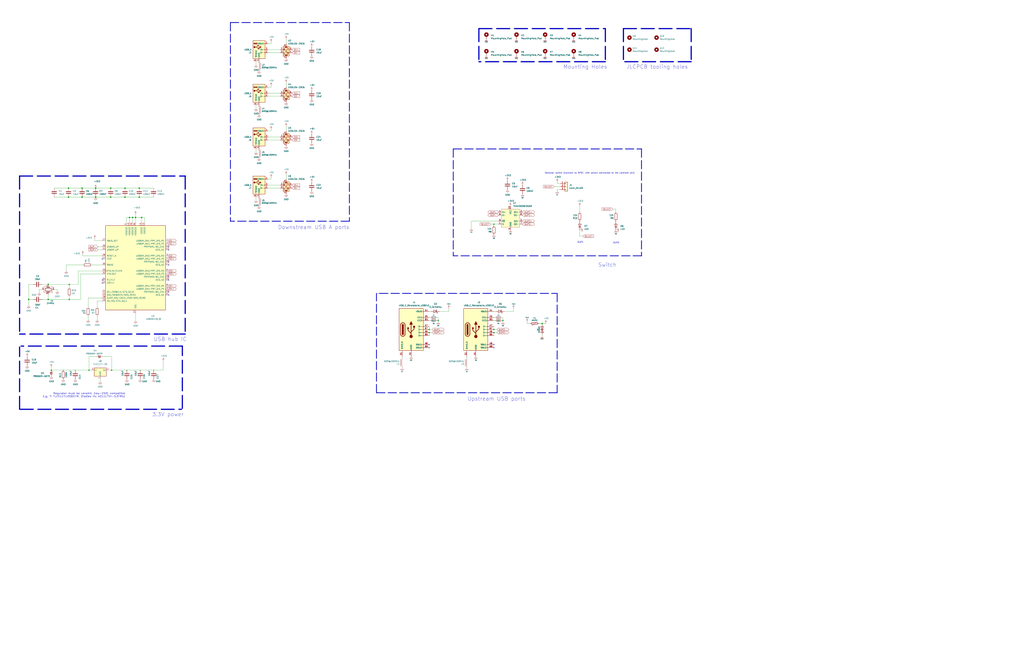
<source format=kicad_sch>
(kicad_sch (version 20250114) (generator "eeschema") (generator_version "9.0")
  (paper "D")
  (text "JLCPCB tooling holes" (at 528.32 58.42 0) (effects (font (size 3.175 3.175)) (justify left bottom)))
  (text "Upstream USB ports\n" (at 394.208 338.582 0) (effects (font (size 3.175 3.175)) (justify left bottom)))
  (text "Selector switch (connect to SPDT, with select connected to the common pin)\n" (at 497.332 146.05 0) (effects (font (size 1.27 1.27))))
  (text "Mounting Holes" (at 474.98 58.42 0) (effects (font (size 3.175 3.175)) (justify left bottom)))
  (text "USB hub IC" (at 157.48 288.29 0) (effects (font (size 3.175 3.175)) (justify right bottom)))
  (text "DUP1 " (at 489.966 204.47 0) (effects (font (size 1.27 1.27))))
  (text "Regulator must be ceramic (low-ESR) compatible\nE.g. TI TLV1117LV33DCYR, Diodies Inc AZ1117IH-3.3TRG1" (at 105.664 335.661 0) (effects (font (size 1.5748 1.5748)) (justify right bottom)))
  (text "DUP2 " (at 520.192 204.978 0) (effects (font (size 1.27 1.27))))
  (text "Switch" (at 504.444 225.552 0) (effects (font (size 3.175 3.175)) (justify left bottom)))
  (text "3.3V power" (at 154.94 351.79 0) (effects (font (size 3.175 3.175)) (justify right bottom)))
  (text "Downstream USB A ports" (at 234.442 193.802 0) (effects (font (size 3.175 3.175)) (justify left bottom)))
  (junction (at 111.76 183.515) (diameter 1.016))
  (junction (at 53.34 312.42) (diameter 0.3048))
  (junction (at 105.41 158.75) (diameter 1.016))
  (junction (at 80.645 166.37) (diameter 1.016))
  (junction (at 416.56 280.67))
  (junction (at 118.237 312.42) (diameter 0.3048))
  (junction (at 361.95 278.13))
  (junction (at 457.2 273.05) (diameter 1.016))
  (junction (at 119.38 183.515) (diameter 1.016))
  (junction (at 58.42 252.73))
  (junction (at 75.057 312.42))
  (junction (at 114.3 183.515) (diameter 1.016))
  (junction (at 107.061 312.42) (diameter 0.3048))
  (junction (at 93.345 166.37) (diameter 1.016))
  (junction (at 117.475 166.37) (diameter 1.016))
  (junction (at 80.645 158.75) (diameter 1.016))
  (junction (at 369.57 270.51))
  (junction (at 361.95 280.67))
  (junction (at 69.215 158.75) (diameter 1.016))
  (junction (at 40.64 252.73) (diameter 1.016))
  (junction (at 129.667 312.42) (diameter 0.3048))
  (junction (at 94.107 312.42))
  (junction (at 40.64 240.03) (diameter 1.016))
  (junction (at 109.22 183.515) (diameter 1.016))
  (junction (at 63.5 312.42) (diameter 0.3048))
  (junction (at 117.475 158.75) (diameter 1.016))
  (junction (at 416.56 189.23))
  (junction (at 424.18 270.51))
  (junction (at 69.215 166.37) (diameter 1.016))
  (junction (at 93.345 158.75) (diameter 1.016))
  (junction (at 43.307 312.42))
  (junction (at 57.785 158.75) (diameter 1.016))
  (junction (at 416.56 278.13))
  (junction (at 24.13 252.73) (diameter 1.016))
  (junction (at 57.785 166.37) (diameter 1.016))
  (junction (at 58.42 240.03))
  (junction (at 105.41 166.37) (diameter 1.016))
  (no_connect (at 142.24 208.28))
  (no_connect (at 86.36 236.22))
  (no_connect (at 86.36 218.44))
  (no_connect (at 142.24 210.82))
  (no_connect (at 142.24 233.68))
  (no_connect (at 142.24 246.38))
  (no_connect (at 142.24 220.98))
  (no_connect (at 142.24 248.92))
  (no_connect (at 142.24 223.52))
  (no_connect (at 142.24 236.22))
  (no_connect (at 86.36 238.76))
  (no_connect (at 361.95 290.83))
  (no_connect (at 416.56 290.83))
  (no_connect (at 361.95 293.37))
  (no_connect (at 416.56 293.37))
  (wire (pts (xy 472.44 154.94) (xy 469.9 154.94)))
  (wire (pts (xy 226.06 73.66) (xy 228.6 73.66)))
  (wire (pts (xy 63.5 312.42) (xy 75.057 312.42)))
  (wire (pts (xy 422.91 267.97) (xy 424.18 267.97)))
  (wire (pts (xy 488.95 173.99) (xy 488.95 179.07)))
  (wire (pts (xy 109.22 183.515) (xy 109.22 187.96)))
  (wire (pts (xy 75.057 300.99) (xy 75.057 312.42)))
  (polyline (pts (xy 403.86 24.13) (xy 403.86 52.07)) (stroke (width 1) (type dash)))
  (wire (pts (xy 424.18 267.97) (xy 424.18 270.51)))
  (wire (pts (xy 69.215 166.37) (xy 80.645 166.37)))
  (wire (pts (xy 416.56 262.89) (xy 417.83 262.89)))
  (wire (pts (xy 424.18 270.51) (xy 424.18 271.78)))
  (wire (pts (xy 236.22 81.28) (xy 226.06 81.28)))
  (polyline (pts (xy 510.54 52.07) (xy 403.86 52.07)) (stroke (width 1) (type dash)))
  (wire (pts (xy 433.07 260.35) (xy 433.07 262.89)))
  (wire (pts (xy 361.95 262.89) (xy 363.22 262.89)))
  (wire (pts (xy 457.2 281.94) (xy 457.2 283.845)))
  (wire (pts (xy 469.9 160.02) (xy 469.9 161.29)))
  (wire (pts (xy 241.3 106.68) (xy 241.3 110.49)))
  (wire (pts (xy 393.7 300.99) (xy 393.7 302.26)))
  (wire (pts (xy 236.22 156.21) (xy 226.06 156.21)))
  (polyline (pts (xy 510.54 24.13) (xy 510.54 52.07)) (stroke (width 1) (type dash)))
  (wire (pts (xy 86.36 254) (xy 81.915 254)))
  (wire (pts (xy 339.09 300.99) (xy 339.09 302.26)))
  (wire (pts (xy 45.72 158.75) (xy 57.785 158.75)))
  (wire (pts (xy 107.061 312.42) (xy 118.237 312.42)))
  (wire (pts (xy 444.5 271.78) (xy 444.5 273.05)))
  (wire (pts (xy 241.3 69.85) (xy 241.3 73.66)))
  (wire (pts (xy 361.95 278.13) (xy 364.49 278.13)))
  (wire (pts (xy 82.55 208.28) (xy 86.36 208.28)))
  (polyline (pts (xy 541.02 125.73) (xy 541.02 215.9)) (stroke (width 0.6452) (type dash)))
  (wire (pts (xy 27.94 240.03) (xy 24.13 240.03)))
  (polyline (pts (xy 16.51 148.59) (xy 16.51 281.94)) (stroke (width 1) (type dash)))
  (wire (pts (xy 81.915 254) (xy 81.915 259.08)))
  (wire (pts (xy 215.9 166.37) (xy 215.9 168.91)))
  (wire (pts (xy 58.42 240.03) (xy 66.04 240.03)))
  (wire (pts (xy 397.51 186.69) (xy 420.37 186.69)))
  (polyline (pts (xy 16.51 345.44) (xy 16.51 292.862)) (stroke (width 0.9906) (type dash)))
  (wire (pts (xy 425.45 262.89) (xy 433.07 262.89)))
  (polyline (pts (xy 317.5 331.47) (xy 317.5 247.65)) (stroke (width 0.6452) (type dash)))
  (wire (pts (xy 469.9 154.94) (xy 469.9 153.67)))
  (wire (pts (xy 416.56 280.67) (xy 416.56 283.21)))
  (wire (pts (xy 516.89 176.53) (xy 519.43 176.53)))
  (wire (pts (xy 419.1 280.67) (xy 416.56 280.67)))
  (polyline (pts (xy 469.9 247.65) (xy 469.9 331.47)) (stroke (width 0.6452) (type dash)))
  (wire (pts (xy 422.91 270.51) (xy 424.18 270.51)))
  (wire (pts (xy 339.09 310.515) (xy 339.09 309.88)))
  (wire (pts (xy 369.57 267.97) (xy 369.57 270.51)))
  (wire (pts (xy 364.49 280.67) (xy 361.95 280.67)))
  (wire (pts (xy 106.68 183.515) (xy 109.22 183.515)))
  (wire (pts (xy 77.47 223.52) (xy 86.36 223.52)))
  (wire (pts (xy 33.02 244.475) (xy 35.56 244.475)))
  (wire (pts (xy 33.02 247.015) (xy 33.02 244.475)))
  (wire (pts (xy 137.795 312.42) (xy 137.795 304.8)))
  (polyline (pts (xy 156.21 281.94) (xy 16.51 281.94)) (stroke (width 1) (type dash)))
  (wire (pts (xy 45.72 244.475) (xy 48.26 244.475)))
  (wire (pts (xy 48.26 244.475) (xy 48.26 245.745)))
  (wire (pts (xy 228.6 110.49) (xy 228.6 109.22)))
  (wire (pts (xy 370.84 262.89) (xy 378.46 262.89)))
  (wire (pts (xy 228.6 36.83) (xy 228.6 35.56)))
  (wire (pts (xy 241.3 33.02) (xy 241.3 36.83)))
  (wire (pts (xy 69.215 158.75) (xy 80.645 158.75)))
  (wire (pts (xy 491.49 199.39) (xy 488.95 199.39)))
  (polyline (pts (xy 320.04 247.65) (xy 469.9 247.65)) (stroke (width 0.6452) (type dash)))
  (wire (pts (xy 236.22 158.75) (xy 226.06 158.75)))
  (wire (pts (xy 35.56 240.03) (xy 40.64 240.03)))
  (wire (pts (xy 40.64 240.03) (xy 58.42 240.03)))
  (wire (pts (xy 114.3 183.515) (xy 114.3 187.96)))
  (wire (pts (xy 226.06 36.83) (xy 228.6 36.83)))
  (wire (pts (xy 67.945 231.14) (xy 67.945 252.73)))
  (wire (pts (xy 75.057 312.42) (xy 76.835 312.42)))
  (wire (pts (xy 215.9 52.07) (xy 215.9 54.61)))
  (wire (pts (xy 393.7 310.515) (xy 393.7 309.88)))
  (wire (pts (xy 236.22 78.74) (xy 226.06 78.74)))
  (wire (pts (xy 43.307 312.42) (xy 53.34 312.42)))
  (wire (pts (xy 35.56 252.73) (xy 40.64 252.73)))
  (wire (pts (xy 40.64 252.73) (xy 58.42 252.73)))
  (polyline (pts (xy 382.27 125.73) (xy 382.27 215.9)) (stroke (width 0.6452) (type dash)))
  (wire (pts (xy 93.345 166.37) (xy 105.41 166.37)))
  (wire (pts (xy 361.95 275.59) (xy 361.95 278.13)))
  (wire (pts (xy 467.36 157.48) (xy 472.44 157.48)))
  (wire (pts (xy 58.42 250.19) (xy 58.42 252.73)))
  (wire (pts (xy 80.01 203.2) (xy 80.01 201.295)))
  (wire (pts (xy 416.56 275.59) (xy 416.56 278.13)))
  (wire (pts (xy 58.42 252.73) (xy 67.945 252.73)))
  (wire (pts (xy 118.237 312.42) (xy 129.667 312.42)))
  (wire (pts (xy 45.72 166.37) (xy 57.785 166.37)))
  (wire (pts (xy 43.18 312.42) (xy 43.307 312.42)))
  (wire (pts (xy 368.3 267.97) (xy 369.57 267.97)))
  (wire (pts (xy 94.107 300.99) (xy 94.107 312.42)))
  (wire (pts (xy 86.36 228.6) (xy 66.04 228.6)))
  (polyline (pts (xy 525.78 24.13) (xy 582.93 24.13)) (stroke (width 1) (type dash)))
  (wire (pts (xy 119.38 183.515) (xy 121.92 183.515)))
  (wire (pts (xy 92.075 312.42) (xy 94.107 312.42)))
  (wire (pts (xy 84.455 320.04) (xy 84.455 321.945)))
  (wire (pts (xy 114.3 180.975) (xy 114.3 183.515)))
  (wire (pts (xy 111.76 183.515) (xy 111.76 187.96)))
  (wire (pts (xy 215.9 125.73) (xy 215.9 128.27)))
  (wire (pts (xy 106.68 187.96) (xy 106.68 183.515)))
  (wire (pts (xy 80.645 158.75) (xy 93.345 158.75)))
  (wire (pts (xy 361.95 280.67) (xy 361.95 283.21)))
  (polyline (pts (xy 525.78 24.13) (xy 525.78 52.07)) (stroke (width 1) (type dash)))
  (polyline (pts (xy 317.5 247.65) (xy 320.04 247.65)))
  (wire (pts (xy 228.6 73.66) (xy 228.6 72.39)))
  (polyline (pts (xy 153.797 344.678) (xy 153.797 292.1)) (stroke (width 0.9906) (type dash)))
  (wire (pts (xy 66.04 228.6) (xy 66.04 240.03)))
  (wire (pts (xy 24.13 252.73) (xy 24.13 257.81)))
  (polyline (pts (xy 153.67 292.1) (xy 17.78 292.1)) (stroke (width 0.9906) (type dash)))
  (wire (pts (xy 457.2 273.05) (xy 460.375 273.05)))
  (wire (pts (xy 69.85 223.52) (xy 55.88 223.52)))
  (wire (pts (xy 236.22 41.91) (xy 226.06 41.91)))
  (wire (pts (xy 454.66 273.05) (xy 457.2 273.05)))
  (wire (pts (xy 40.64 240.03) (xy 40.64 240.665)))
  (wire (pts (xy 117.475 166.37) (xy 129.54 166.37)))
  (wire (pts (xy 111.76 183.515) (xy 114.3 183.515)))
  (wire (pts (xy 457.2 273.05) (xy 457.2 274.32)))
  (wire (pts (xy 74.295 259.08) (xy 74.295 251.46)))
  (wire (pts (xy 236.22 44.45) (xy 226.06 44.45)))
  (wire (pts (xy 519.43 176.53) (xy 519.43 179.07)))
  (wire (pts (xy 58.42 240.03) (xy 58.42 242.57)))
  (wire (pts (xy 114.3 264.16) (xy 114.3 270.51)))
  (wire (pts (xy 414.02 189.23) (xy 416.56 189.23)))
  (wire (pts (xy 226.06 151.13) (xy 228.6 151.13)))
  (polyline (pts (xy 17.145 345.44) (xy 153.035 345.44)) (stroke (width 0.9906) (type dash)))
  (wire (pts (xy 236.22 115.57) (xy 226.06 115.57)))
  (wire (pts (xy 43.18 309.88) (xy 43.18 312.42)))
  (wire (pts (xy 361.95 270.51) (xy 363.22 270.51)))
  (wire (pts (xy 236.22 118.11) (xy 226.06 118.11)))
  (wire (pts (xy 378.46 260.35) (xy 378.46 262.89)))
  (wire (pts (xy 57.785 158.75) (xy 69.215 158.75)))
  (wire (pts (xy 82.55 210.82) (xy 86.36 210.82)))
  (wire (pts (xy 86.487 300.99) (xy 94.107 300.99)))
  (wire (pts (xy 228.6 151.13) (xy 228.6 149.86)))
  (wire (pts (xy 361.95 267.97) (xy 363.22 267.97)))
  (wire (pts (xy 105.41 158.75) (xy 117.475 158.75)))
  (wire (pts (xy 93.345 158.75) (xy 105.41 158.75)))
  (wire (pts (xy 129.667 312.42) (xy 137.795 312.42)))
  (wire (pts (xy 416.56 278.13) (xy 419.1 278.13)))
  (wire (pts (xy 121.92 183.515) (xy 121.92 187.96)))
  (wire (pts (xy 57.785 166.37) (xy 69.215 166.37)))
  (wire (pts (xy 105.41 166.37) (xy 117.475 166.37)))
  (polyline (pts (xy 294.64 19.05) (xy 294.64 186.69)) (stroke (width 0.6452) (type dash)))
  (wire (pts (xy 69.85 215.9) (xy 69.85 214.63)))
  (wire (pts (xy 69.85 215.9) (xy 86.36 215.9)))
  (wire (pts (xy 241.3 147.32) (xy 241.3 151.13)))
  (polyline (pts (xy 294.64 186.69) (xy 194.31 186.69)) (stroke (width 0.6452) (type dash)))
  (wire (pts (xy 114.3 183.515) (xy 119.38 183.515)))
  (wire (pts (xy 226.06 110.49) (xy 228.6 110.49)))
  (polyline (pts (xy 541.02 215.9) (xy 382.27 215.9)) (stroke (width 0.6452) (type dash)))
  (wire (pts (xy 24.13 252.73) (xy 27.94 252.73)))
  (wire (pts (xy 81.407 300.99) (xy 75.057 300.99)))
  (polyline (pts (xy 582.93 24.13) (xy 582.93 52.07)) (stroke (width 1) (type dash)))
  (wire (pts (xy 94.107 312.42) (xy 107.061 312.42)))
  (wire (pts (xy 80.645 166.37) (xy 93.345 166.37)))
  (wire (pts (xy 416.56 267.97) (xy 417.83 267.97)))
  (polyline (pts (xy 194.31 19.05) (xy 194.31 186.69)) (stroke (width 0.6452) (type dash)))
  (wire (pts (xy 109.22 183.515) (xy 111.76 183.515)))
  (polyline (pts (xy 194.31 19.05) (xy 294.64 19.05)) (stroke (width 0.6452) (type dash)))
  (wire (pts (xy 416.56 189.23) (xy 420.37 189.23)))
  (wire (pts (xy 368.3 270.51) (xy 369.57 270.51)))
  (wire (pts (xy 472.44 160.02) (xy 469.9 160.02)))
  (wire (pts (xy 86.36 203.2) (xy 80.01 203.2)))
  (wire (pts (xy 215.9 88.9) (xy 215.9 91.44)))
  (polyline (pts (xy 582.93 52.07) (xy 525.78 52.07)) (stroke (width 1) (type dash)))
  (wire (pts (xy 53.34 312.42) (xy 63.5 312.42)))
  (wire (pts (xy 24.13 240.03) (xy 24.13 252.73)))
  (wire (pts (xy 74.295 251.46) (xy 86.36 251.46)))
  (wire (pts (xy 416.56 189.23) (xy 416.56 190.5)))
  (polyline (pts (xy 469.9 331.47) (xy 317.5 331.47)) (stroke (width 0.6452) (type dash)))
  (polyline (pts (xy 382.27 125.73) (xy 541.02 125.73)) (stroke (width 0.6452) (type dash)))
  (polyline (pts (xy 156.21 148.59) (xy 156.21 281.94)) (stroke (width 1) (type dash)))
  (wire (pts (xy 74.295 266.7) (xy 74.295 269.875)))
  (polyline (pts (xy 403.86 24.13) (xy 510.54 24.13)) (stroke (width 1) (type dash)))
  (wire (pts (xy 55.88 223.52) (xy 55.88 228.6)))
  (wire (pts (xy 117.475 158.75) (xy 129.54 158.75)))
  (wire (pts (xy 119.38 183.515) (xy 119.38 187.96)))
  (wire (pts (xy 416.56 270.51) (xy 417.83 270.51)))
  (polyline (pts (xy 16.51 148.59) (xy 156.21 148.59)) (stroke (width 1) (type dash)))
  (wire (pts (xy 81.915 266.7) (xy 81.915 269.875)))
  (wire (pts (xy 444.5 273.05) (xy 447.04 273.05)))
  (wire (pts (xy 369.57 270.51) (xy 369.57 271.78)))
  (wire (pts (xy 397.51 186.69) (xy 397.51 193.04)))
  (wire (pts (xy 488.95 199.39) (xy 488.95 194.31)))
  (wire (pts (xy 67.945 231.14) (xy 86.36 231.14)))
  (wire (pts (xy 40.64 248.285) (xy 40.64 252.73)))
  (global_label "DUP-" (shape input) (at 82.55 208.28 180) (property "Intersheetrefs" "${INTERSHEET_REFS}" (effects (hide yes))))
  (global_label "D4+" (shape input) (at 246.38 156.21 0) (property "Intersheetrefs" "${INTERSHEET_REFS}" (effects (hide yes))))
  (global_label "SELECT" (shape input) (at 467.36 157.48 180) (property "Intersheetrefs" "${INTERSHEET_REFS}" (effects (hide yes))))
  (global_label "DUP+" (shape bidirectional) (at 420.37 179.07 180) (property "Intersheetrefs" "${INTERSHEET_REFS}" (effects (hide yes))))
  (global_label "D4-" (shape input) (at 246.38 158.75 0) (property "Intersheetrefs" "${INTERSHEET_REFS}" (effects (hide yes))))
  (global_label "DUP-" (shape bidirectional) (at 420.37 181.61 180) (property "Intersheetrefs" "${INTERSHEET_REFS}" (effects (hide yes))))
  (global_label "DUP2+" (shape bidirectional) (at 440.69 186.69 0) (property "Intersheetrefs" "${INTERSHEET_REFS}" (effects (hide yes))))
  (global_label "DUP2-" (shape bidirectional) (at 440.69 189.23 0) (property "Intersheetrefs" "${INTERSHEET_REFS}" (effects (hide yes))))
  (global_label "D2-" (shape output) (at 142.24 215.9 0) (property "Intersheetrefs" "${INTERSHEET_REFS}" (effects (hide yes))))
  (global_label "DUP1-" (shape bidirectional) (at 364.49 278.13 0) (property "Intersheetrefs" "${INTERSHEET_REFS}" (effects (hide yes))))
  (global_label "DUP1+" (shape bidirectional) (at 364.49 280.67 0) (property "Intersheetrefs" "${INTERSHEET_REFS}" (effects (hide yes))))
  (global_label "D4+" (shape output) (at 142.24 243.84 0) (property "Intersheetrefs" "${INTERSHEET_REFS}" (effects (hide yes))))
  (global_label "D2+" (shape output) (at 142.24 218.44 0) (property "Intersheetrefs" "${INTERSHEET_REFS}" (effects (hide yes))))
  (global_label "D2-" (shape input) (at 246.38 81.28 0) (property "Intersheetrefs" "${INTERSHEET_REFS}" (effects (hide yes))))
  (global_label "D2+" (shape input) (at 246.38 78.74 0) (property "Intersheetrefs" "${INTERSHEET_REFS}" (effects (hide yes))))
  (global_label "SELECT" (shape input) (at 516.89 176.53 180) (property "Intersheetrefs" "${INTERSHEET_REFS}" (effects (hide yes))))
  (global_label "D3-" (shape input) (at 246.38 118.11 0) (property "Intersheetrefs" "${INTERSHEET_REFS}" (effects (hide yes))))
  (global_label "SELECT" (shape input) (at 414.02 189.23 180) (property "Intersheetrefs" "${INTERSHEET_REFS}" (effects (hide yes))))
  (global_label "D3+" (shape input) (at 246.38 115.57 0) (property "Intersheetrefs" "${INTERSHEET_REFS}" (effects (hide yes))))
  (global_label "D1+" (shape input) (at 246.38 41.91 0) (property "Intersheetrefs" "${INTERSHEET_REFS}" (effects (hide yes))))
  (global_label "DUP1+" (shape bidirectional) (at 440.69 179.07 0) (property "Intersheetrefs" "${INTERSHEET_REFS}" (effects (hide yes))))
  (global_label "DUP2+" (shape bidirectional) (at 419.1 280.67 0) (property "Intersheetrefs" "${INTERSHEET_REFS}" (effects (hide yes))))
  (global_label "D3+" (shape output) (at 142.24 231.14 0) (property "Intersheetrefs" "${INTERSHEET_REFS}" (effects (hide yes))))
  (global_label "D1-" (shape input) (at 246.38 44.45 0) (property "Intersheetrefs" "${INTERSHEET_REFS}" (effects (hide yes))))
  (global_label "DUP+" (shape input) (at 82.55 210.82 180) (property "Intersheetrefs" "${INTERSHEET_REFS}" (effects (hide yes))))
  (global_label "D3-" (shape output) (at 142.24 228.6 0) (property "Intersheetrefs" "${INTERSHEET_REFS}" (effects (hide yes))))
  (global_label "DUP2-" (shape bidirectional) (at 419.1 278.13 0) (property "Intersheetrefs" "${INTERSHEET_REFS}" (effects (hide yes))))
  (global_label "SELECT" (shape input) (at 491.49 199.39 0) (property "Intersheetrefs" "${INTERSHEET_REFS}" (effects (hide yes))))
  (global_label "DUP1-" (shape bidirectional) (at 440.69 181.61 0) (property "Intersheetrefs" "${INTERSHEET_REFS}" (effects (hide yes))))
  (global_label "D1-" (shape output) (at 142.24 203.2 0) (property "Intersheetrefs" "${INTERSHEET_REFS}" (effects (hide yes))))
  (global_label "D1+" (shape output) (at 142.24 205.74 0) (property "Intersheetrefs" "${INTERSHEET_REFS}" (effects (hide yes))))
  (global_label "D4-" (shape output) (at 142.24 241.3 0) (property "Intersheetrefs" "${INTERSHEET_REFS}" (effects (hide yes))))
  (symbol (lib_id "power:GND") (at 262.89 46.99 0) (unit 1)
    (property "Reference" "#PWR0115" (effects (hide yes)))
    (property "Value" "GND" (at 263.017 51.3842 0))
  )
  (symbol (lib_id "Device:D_Schottky_Small") (at 83.947 300.99 0) (unit 1)
    (property "Reference" "D4" (at 78.867 295.91 0) (effects (justify left)))
    (property "Value" "RB060M-60TR" (at 72.517 298.45 0) (effects (justify left)))
    (property "Footprint" "Diode_SMD:D_SOD-123" (effects (hide yes)))
  )
  (symbol (lib_id "power:GND") (at 218.44 96.52 0) (unit 1)
    (property "Reference" "#PWR016" (effects (hide yes)))
    (property "Value" "GND" (at 218.567 100.9142 0))
  )
  (symbol (lib_id "power:+5V") (at 241.3 106.68 0) (unit 1)
    (property "Reference" "#PWR038" (effects (hide yes)))
    (property "Value" "+5V" (at 241.681 102.2858 0))
  )
  (symbol (lib_id "Device:D_TVS") (at 457.2 278.13 270) (mirror x) (unit 1)
    (property "Reference" "D1" (at 453.39 278.13 0) (effects (font (size 0.762 0.762))))
    (property "Value" "SMF9.0CA" (at 454.66 278.13 0) (effects (font (size 0.762 0.762))))
    (property "Footprint" "Diode_SMD:D_SOD-123" (effects (hide yes)))
    (property "Package" "SOD-123F-B" (effects (hide yes)))
    (property "Manufacturer" "Microdiode Electronics" (effects (hide yes)))
    (property "Manufacturer Part No" "SMF9.0CA" (effects (hide yes)))
    (property "LCSC Part No" "C123799" (effects (hide yes)))
  )
  (symbol (lib_id "Device:Polyfuse") (at 450.85 273.05 90) (unit 1)
    (property "Reference" "F1" (at 450.85 268.605 90))
    (property "Value" "1812L075PR" (at 450.85 270.2814 90) (effects (font (size 0.508 0.508))))
    (property "Footprint" "Fuse:Fuse_1812_4532Metric_Pad1.30x3.40mm_HandSolder" (effects (hide yes)))
    (property "Manufacturer" "Shenzhen JDT Fuse" (effects (hide yes)))
    (property "Manufacturer Part No" "ASMD1206-150" (effects (hide yes)))
    (property "LCSC Part No" "C135342" (effects (hide yes)))
    (property "Package" "F1206" (effects (hide yes)))
  )
  (symbol (lib_id "power:+5V") (at 262.89 113.03 0) (unit 1)
    (property "Reference" "#PWR051" (effects (hide yes)))
    (property "Value" "+5V" (at 263.271 108.6358 0))
  )
  (symbol (lib_id "Device:C") (at 262.89 80.01 0) (unit 1)
    (property "Reference" "C20" (at 266.7 78.74 0) (effects (justify left)))
    (property "Value" "10uF" (at 266.7 81.28 0) (effects (justify left)))
    (property "Footprint" "Capacitor_SMD:C_1206_3216Metric_Pad1.33x1.80mm_HandSolder" (effects (hide yes)))
  )
  (symbol (lib_id "Device:C") (at 118.237 316.23 0) (unit 1)
    (property "Reference" "C16" (at 121.539 319.786 90) (effects (justify left)))
    (property "Value" "10uF" (at 114.427 317.5 90) (effects (justify left)))
    (property "Footprint" "Capacitor_SMD:C_1206_3216Metric_Pad1.33x1.80mm_HandSolder" (effects (hide yes)))
  )
  (symbol (lib_id "Device:C") (at 63.5 316.23 0) (unit 1)
    (property "Reference" "C14" (at 67.31 320.04 90) (effects (justify left)))
    (property "Value" "10uF" (at 59.69 317.5 90) (effects (justify left)))
    (property "Footprint" "Capacitor_SMD:C_1206_3216Metric_Pad1.33x1.80mm_HandSolder" (effects (hide yes)))
  )
  (symbol (lib_id "power:GND") (at 114.3 270.51 0) (unit 1)
    (property "Reference" "#PWR0106" (effects (hide yes)))
    (property "Value" "GND" (at 114.427 274.9042 0))
  )
  (symbol (lib_id "Interface_USB:TS3USB30EDGSR") (at 430.53 184.15 0) (unit 1)
    (property "Reference" "U7" (at 432.6733 171.45 0) (effects (justify left)))
    (property "Value" "TS3USB30EDGSR" (at 432.6733 173.99 0) (effects (justify left)))
    (property "Footprint" "Package_SO:VSSOP-10_3x3mm_P0.5mm" (effects (hide yes)))
    (property "Datasheet" "https://www.ti.com/lit/ds/symlink/ts3usb30e.pdf" (effects (hide yes)))
    (property "Description" "ESD-Protected, High-Speed USB 2.0 (480-Mbps) 1:2 Multiplexer/Demultiplexer Switch With Single Enable, VSSOP-10" (effects (hide yes)))
  )
  (symbol (lib_id "power:GNDPWR") (at 435.61 33.02 0) (unit 1)
    (property "Reference" "#PWR063" (effects (hide yes)))
    (property "Value" "GNDPWR" (at 435.61 35.56 0) (effects (font (size 0.381 0.381))))
  )
  (symbol (lib_id "power:GND") (at 81.915 269.875 0) (unit 1)
    (property "Reference" "#PWR0105" (effects (hide yes)))
    (property "Value" "GND" (at 82.042 274.2692 0))
  )
  (symbol (lib_id "Device:C") (at 107.061 316.23 0) (unit 1)
    (property "Reference" "C15" (at 110.871 320.04 90) (effects (justify left)))
    (property "Value" "10uF" (at 103.251 317.5 90) (effects (justify left)))
    (property "Footprint" "Capacitor_SMD:C_1206_3216Metric_Pad1.33x1.80mm_HandSolder" (effects (hide yes)))
  )
  (symbol (lib_id "Power_Protection:USBLC6-2SC6") (at 241.3 78.74 0) (unit 1)
    (property "Reference" "U4" (at 242.9511 71.12 0) (effects (justify left)))
    (property "Value" "USBLC6-2SC6" (at 242.9511 73.66 0) (effects (justify left)))
    (property "Footprint" "Package_TO_SOT_SMD:SOT-23-6" (effects (hide yes)))
    (property "Datasheet" "https://www.st.com/resource/en/datasheet/usblc6-2.pdf" (effects (hide yes)))
    (property "Description" "Very low capacitance ESD protection diode, 2 data-line, SOT-23-6" (effects (hide yes)))
  )
  (symbol (lib_id "power:+3.3V") (at 469.9 153.67 0) (unit 1)
    (property "Reference" "#PWR028" (effects (hide yes)))
    (property "Value" "+3V3" (at 470.281 149.2758 0))
  )
  (symbol (lib_id "power:GNDPWR") (at 483.87 46.99 0) (unit 1)
    (property "Reference" "#PWR069" (effects (hide yes)))
    (property "Value" "GNDPWR" (at 483.87 49.53 0) (effects (font (size 0.381 0.381))))
  )
  (symbol (lib_id "Mechanical:MountingHole_Pad") (at 410.21 30.48 0) (unit 1)
    (property "Reference" "H1" (at 414.02 29.845 0) (effects (justify left)))
    (property "Value" "MountingHole_Pad" (at 414.02 32.385 0) (effects (justify left)))
    (property "Footprint" "MountingHole:MountingHole_3.2mm_M3_ISO7380_Pad" (effects (hide yes)))
  )
  (symbol (lib_id "power:GND") (at 424.18 271.78 0) (unit 1)
    (property "Reference" "#PWR036" (effects (hide yes)))
    (property "Value" "GND" (at 424.18 274.955 0) (effects (font (size 0.508 0.508))))
  )
  (symbol (lib_id "Device:D_Schottky") (at 421.64 262.89 180) (unit 1)
    (property "Reference" "D5" (at 421.9575 256.54 0))
    (property "Value" "D_Schottky" (at 421.9575 259.08 0))
    (property "Description" "Schottky diode" (effects (hide yes)))
  )
  (symbol (lib_id "power:GND") (at 241.3 49.53 0) (unit 1)
    (property "Reference" "#PWR012" (effects (hide yes)))
    (property "Value" "GND" (at 241.427 53.9242 0))
  )
  (symbol (lib_id "power:+3.3V") (at 430.53 173.99 0) (unit 1)
    (property "Reference" "#PWR026" (effects (hide yes)))
    (property "Value" "+3V3" (at 430.911 169.5958 0))
  )
  (symbol (lib_id "power:+5V") (at 228.6 109.22 0) (unit 1)
    (property "Reference" "#PWR037" (effects (hide yes)))
    (property "Value" "+5V" (at 228.981 104.8258 0))
  )
  (symbol (lib_id "power:GND") (at 241.3 163.83 0) (unit 1)
    (property "Reference" "#PWR043" (effects (hide yes)))
    (property "Value" "GND" (at 241.427 168.2242 0))
  )
  (symbol (lib_id "Device:Crystal_GND24") (at 40.64 244.475 270) (unit 1)
    (property "Reference" "Y1" (at 42.545 254 90) (effects (justify left)))
    (property "Value" "24MHz" (at 39.37 255.905 90) (effects (justify left)))
    (property "Footprint" "Crystal:Crystal_SMD_3225-4Pin_3.2x2.5mm_HandSoldering" (effects (hide yes)))
  )
  (symbol (lib_id "power:GND") (at 401.32 300.99 0) (unit 1)
    (property "Reference" "#PWR035" (effects (hide yes)))
    (property "Value" "GND" (at 401.32 304.165 0) (effects (font (size 0.508 0.508))))
  )
  (symbol (lib_id "Device:R") (at 74.295 262.89 180) (unit 1)
    (property "Reference" "R6" (at 72.39 264.16 0) (effects (justify left)))
    (property "Value" "56k" (at 72.39 262.255 0) (effects (justify left)))
    (property "Footprint" "Resistor_SMD:R_0805_2012Metric_Pad1.20x1.40mm_HandSolder" (effects (hide yes)))
  )
  (symbol (lib_id "power:GND") (at 215.9 54.61 0) (unit 1)
    (property "Reference" "#PWR0110" (effects (hide yes)))
    (property "Value" "GND" (at 216.027 59.0042 0))
  )
  (symbol (lib_id "power:GNDPWR") (at 435.61 46.99 0) (unit 1)
    (property "Reference" "#PWR067" (effects (hide yes)))
    (property "Value" "GNDPWR" (at 435.61 49.53 0) (effects (font (size 0.381 0.381))))
  )
  (symbol (lib_id "power:+5V") (at 228.6 72.39 0) (unit 1)
    (property "Reference" "#PWR029" (effects (hide yes)))
    (property "Value" "+5V" (at 228.981 67.9958 0))
  )
  (symbol (lib_id "power:GND") (at 427.99 160.02 0) (unit 1)
    (property "Reference" "#PWR02" (effects (hide yes)))
    (property "Value" "GND" (at 428.117 164.4142 0))
  )
  (symbol (lib_id "power:+3.3V") (at 137.795 304.8 0) (unit 1)
    (property "Reference" "#PWR025" (effects (hide yes)))
    (property "Value" "+3V3" (at 138.176 300.4058 0))
  )
  (symbol (lib_id "Connector:USB_C_Receptacle_USB2.0") (at 346.71 278.13 0) (unit 1)
    (property "Reference" "J1" (at 349.1865 255.27 0))
    (property "Value" "USB_C_Receptacle_USB2.0" (at 349.1865 257.81 0))
    (property "Footprint" "Connector_USB:USB_C_Receptacle_HRO_TYPE-C-31-M-12" (effects (hide yes)))
    (property "Datasheet" "https://www.usb.org/sites/default/files/documents/usb_type-c.zip" (effects (hide yes)))
    (property "LCSC" "C165948" (effects (hide yes)))
  )
  (symbol (lib_id "power:GND") (at 397.51 193.04 0) (unit 1)
    (property "Reference" "#PWR0157" (effects (hide yes)))
    (property "Value" "GND" (at 397.51 196.215 0) (effects (font (size 0.508 0.508))))
  )
  (symbol (lib_id "Device:C") (at 440.69 160.02 0) (unit 1)
    (property "Reference" "C9" (at 443.865 158.75 0) (effects (justify left)))
    (property "Value" "100nF" (at 443.865 161.29 0) (effects (justify left)))
    (property "Footprint" "Capacitor_SMD:C_0402_1005Metric_Pad0.74x0.62mm_HandSolder" (effects (hide yes)))
  )
  (symbol (lib_id "Device:R") (at 81.915 262.89 180) (unit 1)
    (property "Reference" "R7" (at 80.01 264.16 0) (effects (justify left)))
    (property "Value" "56k" (at 80.01 261.62 0) (effects (justify left)))
    (property "Footprint" "Resistor_SMD:R_0805_2012Metric_Pad1.20x1.40mm_HandSolder" (effects (hide yes)))
  )
  (symbol (lib_id "Device:C") (at 262.89 157.48 0) (unit 1)
    (property "Reference" "C22" (at 266.7 156.21 0) (effects (justify left)))
    (property "Value" "10uF" (at 266.7 158.75 0) (effects (justify left)))
    (property "Footprint" "Capacitor_SMD:C_1206_3216Metric_Pad1.33x1.80mm_HandSolder" (effects (hide yes)))
  )
  (symbol (lib_id "Device:D_Schottky_Small") (at 43.307 314.96 270) (unit 1)
    (property "Reference" "D3" (at 34.417 314.96 90) (effects (justify left)))
    (property "Value" "RB060M-60TR" (at 28.067 317.5 90) (effects (justify left)))
    (property "Footprint" "Diode_SMD:D_SOD-123" (effects (hide yes)))
  )
  (symbol (lib_id "power:GND") (at 63.5 320.04 0) (unit 1)
    (property "Reference" "#PWR020" (effects (hide yes)))
    (property "Value" "GND" (at 63.627 324.4342 0))
  )
  (symbol (lib_id "power:GND") (at 74.295 269.875 0) (unit 1)
    (property "Reference" "#PWR0104" (effects (hide yes)))
    (property "Value" "GND" (at 74.422 274.2692 0))
  )
  (symbol (lib_id "power:GND") (at 262.89 120.65 0) (unit 1)
    (property "Reference" "#PWR0118" (effects (hide yes)))
    (property "Value" "GND" (at 263.017 125.0442 0))
  )
  (symbol (lib_id "Unified-Daughterboard-rescue:L_Core_Ferrite-Device") (at 218.44 92.71 0) (unit 1)
    (property "Reference" "L4" (at 220.6752 91.567 0) (effects (justify left)))
    (property "Value" "60R@100MHz" (at 220.6752 93.853 0) (effects (justify left)))
    (property "Footprint" "Inductor_SMD:L_1206_3216Metric" (effects (hide yes)))
    (property "Manufacturer" "MELED Industrial" (effects (hide yes)))
    (property "Manufacturer Part No" "MLB3216-600P4A(f)" (effects (hide yes)))
    (property "LCSC Part No" "C33600" (effects (hide yes)))
    (property "Package" "L1206" (effects (hide yes)))
  )
  (symbol (lib_id "power:VBUS") (at 433.07 260.35 0) (unit 1)
    (property "Reference" "#PWR0151" (effects (hide yes)))
    (property "Value" "VBUS" (at 433.07 256.54 0) (effects (font (size 0.762 0.762))))
  )
  (symbol (lib_id "power:+5V") (at 43.18 309.88 0) (unit 1)
    (property "Reference" "#PWR017" (effects (hide yes)))
    (property "Value" "+5V" (at 43.561 305.4858 0))
  )
  (symbol (lib_id "Device:C") (at 22.86 304.8 0) (unit 1)
    (property "Reference" "C19" (at 26.67 303.53 0) (effects (justify left)))
    (property "Value" "10uF" (at 26.67 306.07 0) (effects (justify left)))
    (property "Footprint" "Capacitor_SMD:C_1206_3216Metric_Pad1.33x1.80mm_HandSolder" (effects (hide yes)))
  )
  (symbol (lib_id "Device:C") (at 262.89 116.84 0) (unit 1)
    (property "Reference" "C21" (at 266.7 115.57 0) (effects (justify left)))
    (property "Value" "10uF" (at 266.7 118.11 0) (effects (justify left)))
    (property "Footprint" "Capacitor_SMD:C_1206_3216Metric_Pad1.33x1.80mm_HandSolder" (effects (hide yes)))
  )
  (symbol (lib_id "Mechanical:MountingHole_Pad") (at 459.74 44.45 0) (unit 1)
    (property "Reference" "H7" (at 463.55 43.815 0) (effects (justify left)))
    (property "Value" "MountingHole_Pad" (at 463.55 46.355 0) (effects (justify left)))
    (property "Footprint" "MountingHole:MountingHole_3.2mm_M3_ISO7380_Pad" (effects (hide yes)))
  )
  (symbol (lib_id "power:+5V") (at 241.3 147.32 0) (unit 1)
    (property "Reference" "#PWR042" (effects (hide yes)))
    (property "Value" "+5V" (at 241.681 142.9258 0))
  )
  (symbol (lib_id "Mechanical:MountingHole_Pad") (at 435.61 30.48 0) (unit 1)
    (property "Reference" "H2" (at 439.42 29.845 0) (effects (justify left)))
    (property "Value" "MountingHole_Pad" (at 439.42 32.385 0) (effects (justify left)))
    (property "Footprint" "MountingHole:MountingHole_3.2mm_M3_ISO7380_Pad" (effects (hide yes)))
  )
  (symbol (lib_id "power:GND") (at 107.061 320.04 0) (unit 1)
    (property "Reference" "#PWR022" (effects (hide yes)))
    (property "Value" "GND" (at 107.188 324.4342 0))
  )
  (symbol (lib_id "Device:C") (at 45.72 162.56 0) (unit 1)
    (property "Reference" "C1" (at 49.53 161.29 0) (effects (justify left)))
    (property "Value" "10uF" (at 49.53 163.83 0) (effects (justify left)))
    (property "Footprint" "Capacitor_SMD:C_1206_3216Metric_Pad1.33x1.80mm_HandSolder" (effects (hide yes)))
  )
  (symbol (lib_id "power:GND") (at 241.3 123.19 0) (unit 1)
    (property "Reference" "#PWR039" (effects (hide yes)))
    (property "Value" "GND" (at 241.427 127.5842 0))
  )
  (symbol (lib_id "power:GND") (at 393.7 310.515 0) (unit 1)
    (property "Reference" "#PWR0155" (effects (hide yes)))
    (property "Value" "GND" (at 393.7 313.69 0) (effects (font (size 0.508 0.508))))
  )
  (symbol (lib_id "Device:C") (at 93.345 162.56 0) (unit 1)
    (property "Reference" "C8" (at 96.52 161.29 0) (effects (justify left)))
    (property "Value" "100nF" (at 96.52 163.83 0) (effects (justify left)))
    (property "Footprint" "Capacitor_SMD:C_0402_1005Metric_Pad0.74x0.62mm_HandSolder" (effects (hide yes)))
  )
  (symbol (lib_id "power:GND") (at 430.53 194.31 0) (unit 1)
    (property "Reference" "#PWR0156" (effects (hide yes)))
    (property "Value" "GND" (at 430.53 197.485 0) (effects (font (size 0.508 0.508))))
  )
  (symbol (lib_id "power:+5V") (at 228.6 35.56 0) (unit 1)
    (property "Reference" "#PWR015" (effects (hide yes)))
    (property "Value" "+5V" (at 228.981 31.1658 0))
  )
  (symbol (lib_id "power:GND") (at 218.44 59.69 0) (unit 1)
    (property "Reference" "#PWR013" (effects (hide yes)))
    (property "Value" "GND" (at 218.567 64.0842 0))
  )
  (symbol (lib_id "Device:D_Schottky") (at 367.03 262.89 180) (unit 1)
    (property "Reference" "D2" (at 367.3475 256.54 0))
    (property "Value" "D_Schottky" (at 367.3475 259.08 0))
    (property "Description" "Schottky diode" (effects (hide yes)))
  )
  (symbol (lib_id "power:GND") (at 118.237 320.04 0) (unit 1)
    (property "Reference" "#PWR023" (effects (hide yes)))
    (property "Value" "GND" (at 121.92 321.8942 0))
  )
  (symbol (lib_id "power:GND") (at 33.02 247.015 0) (unit 1)
    (property "Reference" "#PWR0161" (effects (hide yes)))
    (property "Value" "GND" (at 28.702 248.8692 0))
  )
  (symbol (lib_id "Unified-Daughterboard-rescue:L_Core_Ferrite-Device") (at 218.44 170.18 0) (unit 1)
    (property "Reference" "L6" (at 220.6752 169.037 0) (effects (justify left)))
    (property "Value" "60R@100MHz" (at 220.6752 171.323 0) (effects (justify left)))
    (property "Footprint" "Inductor_SMD:L_1206_3216Metric" (effects (hide yes)))
    (property "Manufacturer" "MELED Industrial" (effects (hide yes)))
    (property "Manufacturer Part No" "MLB3216-600P4A(f)" (effects (hide yes)))
    (property "LCSC Part No" "C33600" (effects (hide yes)))
    (property "Package" "L1206" (effects (hide yes)))
  )
  (symbol (lib_id "power:GND") (at 22.86 308.61 0) (unit 1)
    (property "Reference" "#PWR0117" (effects (hide yes)))
    (property "Value" "GND" (at 22.987 313.0042 0))
  )
  (symbol (lib_id "power:GND") (at 440.69 163.83 0) (unit 1)
    (property "Reference" "#PWR0159" (effects (hide yes)))
    (property "Value" "GND" (at 440.69 167.005 0) (effects (font (size 0.508 0.508))))
  )
  (symbol (lib_id "power:GND") (at 416.56 198.12 0) (unit 1)
    (property "Reference" "#PWR0158" (effects (hide yes)))
    (property "Value" "GND" (at 416.56 201.295 0) (effects (font (size 0.508 0.508))))
  )
  (symbol (lib_id "power:GND") (at 215.9 91.44 0) (unit 1)
    (property "Reference" "#PWR0111" (effects (hide yes)))
    (property "Value" "GND" (at 216.027 95.8342 0))
  )
  (symbol (lib_id "power:+5V") (at 228.6 149.86 0) (unit 1)
    (property "Reference" "#PWR041" (effects (hide yes)))
    (property "Value" "+5V" (at 228.981 145.4658 0))
  )
  (symbol (lib_id "power:GND") (at 43.307 317.5 0) (unit 1)
    (property "Reference" "#PWR018" (effects (hide yes)))
    (property "Value" "GND" (at 43.434 321.8942 0))
  )
  (symbol (lib_id "power:+3.3V") (at 80.01 201.295 0) (unit 1)
    (property "Reference" "#PWR0140" (effects (hide yes)))
    (property "Value" "+3V3" (at 74.93 200.66 0))
  )
  (symbol (lib_id "power:GND") (at 262.89 161.29 0) (unit 1)
    (property "Reference" "#PWR0119" (effects (hide yes)))
    (property "Value" "GND" (at 263.017 165.6842 0))
  )
  (symbol (lib_id "power:GND") (at 469.9 161.29 0) (unit 1)
    (property "Reference" "#PWR0164" (effects (hide yes)))
    (property "Value" "GND" (at 469.9 164.465 0) (effects (font (size 0.508 0.508))))
  )
  (symbol (lib_id "Device:C") (at 129.667 316.23 0) (unit 1)
    (property "Reference" "C17" (at 132.969 319.786 90) (effects (justify left)))
    (property "Value" "10uF" (at 125.857 317.5 90) (effects (justify left)))
    (property "Footprint" "Capacitor_SMD:C_1206_3216Metric_Pad1.33x1.80mm_HandSolder" (effects (hide yes)))
  )
  (symbol (lib_id "Device:C") (at 57.785 162.56 0) (unit 1)
    (property "Reference" "C2" (at 61.595 161.29 0) (effects (justify left)))
    (property "Value" "10uF" (at 61.595 163.83 0) (effects (justify left)))
    (property "Footprint" "Capacitor_SMD:C_1206_3216Metric_Pad1.33x1.80mm_HandSolder" (effects (hide yes)))
  )
  (symbol (lib_id "Power_Protection:USBLC6-2SC6") (at 241.3 156.21 0) (unit 1)
    (property "Reference" "U6" (at 242.9511 148.59 0) (effects (justify left)))
    (property "Value" "USBLC6-2SC6" (at 242.9511 151.13 0) (effects (justify left)))
    (property "Footprint" "Package_TO_SOT_SMD:SOT-23-6" (effects (hide yes)))
    (property "Datasheet" "https://www.st.com/resource/en/datasheet/usblc6-2.pdf" (effects (hide yes)))
    (property "Description" "Very low capacitance ESD protection diode, 2 data-line, SOT-23-6" (effects (hide yes)))
  )
  (symbol (lib_id "power:GND") (at 215.9 168.91 0) (unit 1)
    (property "Reference" "#PWR0113" (effects (hide yes)))
    (property "Value" "GND" (at 216.027 173.3042 0))
  )
  (symbol (lib_id "Device:C") (at 31.75 252.73 90) (unit 1)
    (property "Reference" "C4" (at 31.115 259.715 90))
    (property "Value" "18pF" (at 31.75 257.175 90))
    (property "Footprint" "Capacitor_SMD:C_0402_1005Metric_Pad0.74x0.62mm_HandSolder" (effects (hide yes)))
  )
  (symbol (lib_id "power:GNDPWR") (at 410.21 33.02 0) (unit 1)
    (property "Reference" "#PWR0102" (effects (hide yes)))
    (property "Value" "GNDPWR" (at 410.21 35.56 0) (effects (font (size 0.381 0.381))))
  )
  (symbol (lib_id "power:+3.3V") (at 488.95 173.99 0) (unit 1)
    (property "Reference" "#PWR045" (effects (hide yes)))
    (property "Value" "+3V3" (at 489.331 169.5958 0))
  )
  (symbol (lib_id "Mechanical:MountingHole_Pad") (at 459.74 30.48 0) (unit 1)
    (property "Reference" "H3" (at 463.55 29.845 0) (effects (justify left)))
    (property "Value" "MountingHole_Pad" (at 463.55 32.385 0) (effects (justify left)))
    (property "Footprint" "MountingHole:MountingHole_3.2mm_M3_ISO7380_Pad" (effects (hide yes)))
  )
  (symbol (lib_id "power:GNDPWR") (at 459.74 33.02 0) (unit 1)
    (property "Reference" "#PWR064" (effects (hide yes)))
    (property "Value" "GNDPWR" (at 459.74 35.56 0) (effects (font (size 0.381 0.381))))
  )
  (symbol (lib_id "Device:LED") (at 488.95 190.5 90) (unit 1)
    (property "Reference" "D7" (at 492.76 190.8174 90) (effects (justify right)))
    (property "Value" "LED" (at 492.76 193.3574 90) (effects (justify right)))
    (property "Description" "Light emitting diode" (effects (hide yes)))
    (property "Sim.Pins" "1=K 2=A" (effects (hide yes)))
  )
  (symbol (lib_id "Device:C") (at 80.645 162.56 0) (unit 1)
    (property "Reference" "C7" (at 83.82 161.29 0) (effects (justify left)))
    (property "Value" "100nF" (at 83.82 163.83 0) (effects (justify left)))
    (property "Footprint" "Capacitor_SMD:C_0402_1005Metric_Pad0.74x0.62mm_HandSolder" (effects (hide yes)))
  )
  (symbol (lib_id "Mechanical:MountingHole") (at 553.72 41.91 0) (unit 1)
    (property "Reference" "H12" (at 556.26 40.64 0) (effects (justify left)))
    (property "Value" "MountingHole" (at 556.26 43.18 0) (effects (justify left)))
    (property "Footprint" "A-Thinkpad-USB-keyboard-footprints:JLCPCB-tooling-hole" (effects (hide yes)))
  )
  (symbol (lib_id "Device:LED") (at 519.43 190.5 90) (unit 1)
    (property "Reference" "D6" (at 523.24 190.8174 90) (effects (justify right)))
    (property "Value" "LED" (at 523.24 193.3574 90) (effects (justify right)))
    (property "Description" "Light emitting diode" (effects (hide yes)))
    (property "Sim.Pins" "1=K 2=A" (effects (hide yes)))
  )
  (symbol (lib_id "Mechanical:MountingHole_Pad") (at 483.87 30.48 0) (unit 1)
    (property "Reference" "H4" (at 487.68 29.845 0) (effects (justify left)))
    (property "Value" "MountingHole_Pad" (at 487.68 32.385 0) (effects (justify left)))
    (property "Footprint" "MountingHole:MountingHole_3.2mm_M3_ISO7380_Pad" (effects (hide yes)))
  )
  (symbol (lib_id "power:GND") (at 519.43 194.31 0) (unit 1)
    (property "Reference" "#PWR0163" (effects (hide yes)))
    (property "Value" "GND" (at 519.43 197.485 0) (effects (font (size 0.508 0.508))))
  )
  (symbol (lib_id "power:GNDPWR") (at 459.74 46.99 0) (unit 1)
    (property "Reference" "#PWR068" (effects (hide yes)))
    (property "Value" "GNDPWR" (at 459.74 49.53 0) (effects (font (size 0.381 0.381))))
  )
  (symbol (lib_id "Mechanical:MountingHole_Pad") (at 435.61 44.45 0) (unit 1)
    (property "Reference" "H6" (at 439.42 43.815 0) (effects (justify left)))
    (property "Value" "MountingHole_Pad" (at 439.42 46.355 0) (effects (justify left)))
    (property "Footprint" "MountingHole:MountingHole_3.2mm_M3_ISO7380_Pad" (effects (hide yes)))
  )
  (symbol (lib_id "power:GND") (at 262.89 83.82 0) (unit 1)
    (property "Reference" "#PWR0116" (effects (hide yes)))
    (property "Value" "GND" (at 263.017 88.2142 0))
  )
  (symbol (lib_id "Device:C") (at 129.54 162.56 0) (unit 1)
    (property "Reference" "C13" (at 132.715 161.29 0) (effects (justify left)))
    (property "Value" "100nF" (at 132.715 163.83 0) (effects (justify left)))
    (property "Footprint" "Capacitor_SMD:C_0402_1005Metric_Pad0.74x0.62mm_HandSolder" (effects (hide yes)))
  )
  (symbol (lib_id "Mechanical:MountingHole_Pad") (at 483.87 44.45 0) (unit 1)
    (property "Reference" "H8" (at 487.68 43.815 0) (effects (justify left)))
    (property "Value" "MountingHole_Pad" (at 487.68 46.355 0) (effects (justify left)))
    (property "Footprint" "MountingHole:MountingHole_3.2mm_M3_ISO7380_Pad" (effects (hide yes)))
  )
  (symbol (lib_id "power:GND") (at 84.455 321.945 0) (unit 1)
    (property "Reference" "#PWR021" (effects (hide yes)))
    (property "Value" "GND" (at 84.582 326.3392 0))
  )
  (symbol (lib_id "Device:C") (at 117.475 162.56 0) (unit 1)
    (property "Reference" "C12" (at 120.65 161.29 0) (effects (justify left)))
    (property "Value" "100nF" (at 120.65 163.83 0) (effects (justify left)))
    (property "Footprint" "Capacitor_SMD:C_0402_1005Metric_Pad0.74x0.62mm_HandSolder" (effects (hide yes)))
  )
  (symbol (lib_id "Unified-Daughterboard-rescue:L_Core_Ferrite-Device") (at 218.44 55.88 0) (unit 1)
    (property "Reference" "L2" (at 220.6752 54.737 0) (effects (justify left)))
    (property "Value" "60R@100MHz" (at 220.6752 57.023 0) (effects (justify left)))
    (property "Footprint" "Inductor_SMD:L_1206_3216Metric" (effects (hide yes)))
    (property "Manufacturer" "MELED Industrial" (effects (hide yes)))
    (property "Manufacturer Part No" "MLB3216-600P4A(f)" (effects (hide yes)))
    (property "LCSC Part No" "C33600" (effects (hide yes)))
    (property "Package" "L1206" (effects (hide yes)))
  )
  (symbol (lib_id "Power_Protection:USBLC6-2SC6") (at 241.3 115.57 0) (unit 1)
    (property "Reference" "U5" (at 242.9511 107.95 0) (effects (justify left)))
    (property "Value" "USBLC6-2SC6" (at 242.9511 110.49 0) (effects (justify left)))
    (property "Footprint" "Package_TO_SOT_SMD:SOT-23-6" (effects (hide yes)))
    (property "Datasheet" "https://www.st.com/resource/en/datasheet/usblc6-2.pdf" (effects (hide yes)))
    (property "Description" "Very low capacitance ESD protection diode, 2 data-line, SOT-23-6" (effects (hide yes)))
  )
  (symbol (lib_id "power:GND") (at 346.71 300.99 0) (unit 1)
    (property "Reference" "#PWR033" (effects (hide yes)))
    (property "Value" "GND" (at 346.71 304.165 0) (effects (font (size 0.508 0.508))))
  )
  (symbol (lib_id "power:GND") (at 129.667 320.04 0) (unit 1)
    (property "Reference" "#PWR024" (effects (hide yes)))
    (property "Value" "GND" (at 133.35 321.8942 0))
  )
  (symbol (lib_id "Device:R") (at 53.34 316.23 180) (unit 1)
    (property "Reference" "R12" (at 50.8 318.77 90) (effects (justify right)))
    (property "Value" "100k" (at 55.88 318.77 90) (effects (justify right)))
    (property "Footprint" "Resistor_SMD:R_0805_2012Metric_Pad1.20x1.40mm_HandSolder" (effects (hide yes)))
  )
  (symbol (lib_id "power:GND") (at 80.645 166.37 0) (unit 1)
    (property "Reference" "#PWR0138" (effects (hide yes)))
    (property "Value" "GND" (at 80.645 171.45 0))
  )
  (symbol (lib_id "power:+5V") (at 22.86 300.99 0) (unit 1)
    (property "Reference" "#PWR050" (effects (hide yes)))
    (property "Value" "+5V" (at 23.241 296.5958 0))
  )
  (symbol (lib_id "Device:C") (at 105.41 162.56 0) (unit 1)
    (property "Reference" "C10" (at 108.585 161.29 0) (effects (justify left)))
    (property "Value" "100nF" (at 108.585 163.83 0) (effects (justify left)))
    (property "Footprint" "Capacitor_SMD:C_0402_1005Metric_Pad0.74x0.62mm_HandSolder" (effects (hide yes)))
  )
  (symbol (lib_id "power:+5V") (at 262.89 153.67 0) (unit 1)
    (property "Reference" "#PWR052" (effects (hide yes)))
    (property "Value" "+5V" (at 263.271 149.2758 0))
  )
  (symbol (lib_id "Mechanical:MountingHole") (at 530.86 31.75 0) (unit 1)
    (property "Reference" "H9" (at 533.4 30.48 0) (effects (justify left)))
    (property "Value" "MountingHole" (at 533.4 33.02 0) (effects (justify left)))
    (property "Footprint" "A-Thinkpad-USB-keyboard-footprints:JLCPCB-tooling-hole" (effects (hide yes)))
  )
  (symbol (lib_id "Connector:USB_A") (at 218.44 156.21 0) (unit 1)
    (property "Reference" "J7" (at 212.09 158.75 0) (effects (justify right)))
    (property "Value" "USB_A" (at 212.09 156.21 0) (effects (justify right)))
    (property "Footprint" "Connector_USB:USB_A_Molex_67643_Horizontal" (effects (hide yes)))
    (property "Datasheet" " ~" (effects (hide yes)))
  )
  (symbol (lib_id "Connector_Generic:Conn_01x03") (at 477.52 157.48 0) (unit 1)
    (property "Reference" "J4" (at 480.06 156.2099 0) (effects (justify left)))
    (property "Value" "Conn_01x03" (at 480.06 158.7499 0) (effects (justify left)))
    (property "Description" "Generic connector, single row, 01x03, script generated (kicad-library-utils/schlib/autogen/connector/)" (effects (hide yes)))
  )
  (symbol (lib_id "power:GND") (at 218.44 173.99 0) (unit 1)
    (property "Reference" "#PWR040" (effects (hide yes)))
    (property "Value" "GND" (at 218.567 178.3842 0))
  )
  (symbol (lib_id "Device:C") (at 69.215 162.56 0) (unit 1)
    (property "Reference" "C6" (at 72.39 161.29 0) (effects (justify left)))
    (property "Value" "100nF" (at 72.39 163.83 0) (effects (justify left)))
    (property "Footprint" "Capacitor_SMD:C_0402_1005Metric_Pad0.74x0.62mm_HandSolder" (effects (hide yes)))
  )
  (symbol (lib_id "power:GND") (at 53.34 320.04 0) (unit 1)
    (property "Reference" "#PWR019" (effects (hide yes)))
    (property "Value" "GND" (at 53.467 324.4342 0))
  )
  (symbol (lib_id "power:GND") (at 339.09 310.515 0) (unit 1)
    (property "Reference" "#PWR0154" (effects (hide yes)))
    (property "Value" "GND" (at 339.09 313.69 0) (effects (font (size 0.508 0.508))))
  )
  (symbol (lib_id "Connector:USB_A") (at 218.44 41.91 0) (unit 1)
    (property "Reference" "J2" (at 212.09 44.45 0) (effects (justify right)))
    (property "Value" "USB_A" (at 212.09 41.91 0) (effects (justify right)))
    (property "Footprint" "Connector_USB:USB_A_Molex_67643_Horizontal" (effects (hide yes)))
    (property "Datasheet" " ~" (effects (hide yes)))
  )
  (symbol (lib_id "power:GND") (at 55.88 228.6 0) (unit 1)
    (property "Reference" "#PWR0141" (effects (hide yes)))
    (property "Value" "GND" (at 56.007 232.9942 0))
  )
  (symbol (lib_id "power:+5V") (at 262.89 39.37 0) (unit 1)
    (property "Reference" "#PWR048" (effects (hide yes)))
    (property "Value" "+5V" (at 263.271 34.9758 0))
  )
  (symbol (lib_id "Device:R") (at 488.95 182.88 180) (unit 1)
    (property "Reference" "R10" (at 487.045 184.15 0) (effects (justify left)))
    (property "Value" "12k" (at 487.045 181.61 0) (effects (justify left)))
    (property "Footprint" "Resistor_SMD:R_0805_2012Metric_Pad1.20x1.40mm_HandSolder" (effects (hide yes)))
  )
  (symbol (lib_id "power:GND") (at 241.3 86.36 0) (unit 1)
    (property "Reference" "#PWR031" (effects (hide yes)))
    (property "Value" "GND" (at 241.427 90.7542 0))
  )
  (symbol (lib_id "Device:R_Small") (at 420.37 267.97 90) (unit 1)
    (property "Reference" "R3" (at 420.37 266.065 90) (effects (font (size 0.762 0.762))))
    (property "Value" "5.1k" (at 420.37 267.97 90) (effects (font (size 0.762 0.762))))
    (property "Footprint" "Resistor_SMD:R_0805_2012Metric_Pad1.20x1.40mm_HandSolder" (effects (hide yes)))
    (property "Package" "R0603" (effects (hide yes)))
  )
  (symbol (lib_id "Device:R") (at 58.42 246.38 0) (unit 1)
    (property "Reference" "R19" (at 60.325 245.11 0) (effects (justify left)))
    (property "Value" "1M" (at 60.325 247.65 0) (effects (justify left)))
    (property "Footprint" "Resistor_SMD:R_0805_2012Metric_Pad1.20x1.40mm_HandSolder" (effects (hide yes)))
  )
  (symbol (lib_id "Regulator_Linear:TLV1117-33") (at 84.455 312.42 0) (unit 1)
    (property "Reference" "U8" (at 84.455 304.8 0))
    (property "Value" "TLV1117-33" (at 84.455 307.34 0))
    (property "Footprint" "Package_TO_SOT_SMD:SOT-223-3_TabPin2" (effects (hide yes)))
    (property "Datasheet" "http://www.ti.com/lit/ds/symlink/tlv1117.pdf" (effects (hide yes)))
  )
  (symbol (lib_id "Mechanical:MountingHole_Pad") (at 410.21 44.45 0) (unit 1)
    (property "Reference" "H5" (at 414.02 43.815 0) (effects (justify left)))
    (property "Value" "MountingHole_Pad" (at 414.02 46.355 0) (effects (justify left)))
    (property "Footprint" "MountingHole:MountingHole_3.2mm_M3_ISO7380_Pad" (effects (hide yes)))
  )
  (symbol (lib_id "power:+5V") (at 241.3 69.85 0) (unit 1)
    (property "Reference" "#PWR030" (effects (hide yes)))
    (property "Value" "+5V" (at 241.681 65.4558 0))
  )
  (symbol (lib_id "Device:C") (at 427.99 156.21 0) (unit 1)
    (property "Reference" "C5" (at 431.8 154.94 0) (effects (justify left)))
    (property "Value" "10uF" (at 431.8 157.48 0) (effects (justify left)))
    (property "Footprint" "Capacitor_SMD:C_1206_3216Metric_Pad1.33x1.80mm_HandSolder" (effects (hide yes)))
  )
  (symbol (lib_id "Device:R_Small") (at 365.76 267.97 90) (unit 1)
    (property "Reference" "R1" (at 365.76 266.065 90) (effects (font (size 0.762 0.762))))
    (property "Value" "5.1k" (at 365.76 267.97 90) (effects (font (size 0.762 0.762))))
    (property "Footprint" "Resistor_SMD:R_0805_2012Metric_Pad1.20x1.40mm_HandSolder" (effects (hide yes)))
    (property "Package" "R0603" (effects (hide yes)))
  )
  (symbol (lib_id "power:+3.3V") (at 440.69 156.21 0) (unit 1)
    (property "Reference" "#PWR027" (effects (hide yes)))
    (property "Value" "+3V3" (at 441.071 151.8158 0))
  )
  (symbol (lib_id "power:+3.3V") (at 114.3 180.975 0) (unit 1)
    (property "Reference" "#PWR0107" (effects (hide yes)))
    (property "Value" "+3V3" (at 115.57 175.26 0))
  )
  (symbol (lib_id "Unified-Daughterboard-rescue:L_Core_Ferrite-Device") (at 218.44 129.54 0) (unit 1)
    (property "Reference" "L5" (at 220.6752 128.397 0) (effects (justify left)))
    (property "Value" "60R@100MHz" (at 220.6752 130.683 0) (effects (justify left)))
    (property "Footprint" "Inductor_SMD:L_1206_3216Metric" (effects (hide yes)))
    (property "Manufacturer" "MELED Industrial" (effects (hide yes)))
    (property "Manufacturer Part No" "MLB3216-600P4A(f)" (effects (hide yes)))
    (property "LCSC Part No" "C33600" (effects (hide yes)))
    (property "Package" "L1206" (effects (hide yes)))
  )
  (symbol (lib_id "Mechanical:MountingHole") (at 553.72 31.75 0) (unit 1)
    (property "Reference" "H10" (at 556.26 30.48 0) (effects (justify left)))
    (property "Value" "MountingHole" (at 556.26 33.02 0) (effects (justify left)))
    (property "Footprint" "A-Thinkpad-USB-keyboard-footprints:JLCPCB-tooling-hole" (effects (hide yes)))
  )
  (symbol (lib_id "Unified-Daughterboard-rescue:L_Core_Ferrite-Device") (at 393.7 306.07 180) (unit 1)
    (property "Reference" "L3" (at 391.4648 307.213 0) (effects (justify left)))
    (property "Value" "60R@100MHz" (at 391.4648 304.927 0) (effects (justify left)))
    (property "Footprint" "Inductor_SMD:L_1206_3216Metric" (effects (hide yes)))
    (property "Manufacturer" "MELED Industrial" (effects (hide yes)))
    (property "Manufacturer Part No" "MLB3216-600P4A(f)" (effects (hide yes)))
    (property "LCSC Part No" "C33600" (effects (hide yes)))
    (property "Package" "L1206" (effects (hide yes)))
  )
  (symbol (lib_id "Unified-Daughterboard-rescue:L_Core_Ferrite-Device") (at 339.09 306.07 180) (unit 1)
    (property "Reference" "L1" (at 336.8548 307.213 0) (effects (justify left)))
    (property "Value" "60R@100MHz" (at 336.8548 304.927 0) (effects (justify left)))
    (property "Footprint" "Inductor_SMD:L_1206_3216Metric" (effects (hide yes)))
    (property "Manufacturer" "MELED Industrial" (effects (hide yes)))
    (property "Manufacturer Part No" "MLB3216-600P4A(f)" (effects (hide yes)))
    (property "LCSC Part No" "C33600" (effects (hide yes)))
    (property "Package" "L1206" (effects (hide yes)))
  )
  (symbol (lib_id "power:GND") (at 369.57 271.78 0) (unit 1)
    (property "Reference" "#PWR034" (effects (hide yes)))
    (property "Value" "GND" (at 369.57 274.955 0) (effects (font (size 0.508 0.508))))
  )
  (symbol (lib_id "power:VBUS") (at 378.46 260.35 0) (unit 1)
    (property "Reference" "#PWR0150" (effects (hide yes)))
    (property "Value" "VBUS" (at 378.46 256.54 0) (effects (font (size 0.762 0.762))))
  )
  (symbol (lib_id "power:+3.3V") (at 80.645 158.75 0) (unit 1)
    (property "Reference" "#PWR0142" (effects (hide yes)))
    (property "Value" "+3V3" (at 81.915 153.035 0))
  )
  (symbol (lib_id "power:+5V") (at 241.3 33.02 0) (unit 1)
    (property "Reference" "#PWR014" (effects (hide yes)))
    (property "Value" "+5V" (at 241.681 28.6258 0))
  )
  (symbol (lib_id "power:GNDPWR") (at 410.21 46.99 0) (unit 1)
    (property "Reference" "#PWR066" (effects (hide yes)))
    (property "Value" "GNDPWR" (at 410.21 49.53 0) (effects (font (size 0.381 0.381))))
  )
  (symbol (lib_id "power:GND") (at 24.13 257.81 0) (unit 1)
    (property "Reference" "#PWR0101" (effects (hide yes)))
    (property "Value" "GND" (at 24.257 262.2042 0))
  )
  (symbol (lib_id "power:+3.3V") (at 69.85 214.63 0) (unit 1)
    (property "Reference" "#PWR0139" (effects (hide yes)))
    (property "Value" "+3V3" (at 64.77 213.995 0))
  )
  (symbol (lib_id "Interface_USB:USB2514B_Bi") (at 114.3 226.06 0) (unit 1)
    (property "Reference" "U3" (at 128.905 266.7 0))
    (property "Value" "USB2514B_Bi" (at 129.54 269.24 0))
    (property "Footprint" "Package_DFN_QFN:QFN-36-1EP_6x6mm_P0.5mm_EP3.7x3.7mm" (effects (hide yes)))
    (property "Datasheet" "http://ww1.microchip.com/downloads/en/DeviceDoc/00001692C.pdf" (effects (hide yes)))
  )
  (symbol (lib_id "Device:R_Small") (at 365.76 270.51 90) (unit 1)
    (property "Reference" "R2" (at 365.76 273.05 90) (effects (font (size 0.762 0.762))))
    (property "Value" "5.1k" (at 365.76 270.51 90) (effects (font (size 0.762 0.762))))
    (property "Footprint" "Resistor_SMD:R_0805_2012Metric_Pad1.20x1.40mm_HandSolder" (effects (hide yes)))
    (property "Package" "R0603" (effects (hide yes)))
  )
  (symbol (lib_id "Connector:USB_A") (at 218.44 78.74 0) (unit 1)
    (property "Reference" "J5" (at 212.09 81.28 0) (effects (justify right)))
    (property "Value" "USB_A" (at 212.09 78.74 0) (effects (justify right)))
    (property "Footprint" "Connector_USB:USB_A_Molex_67643_Horizontal" (effects (hide yes)))
    (property "Datasheet" " ~" (effects (hide yes)))
  )
  (symbol (lib_id "power:GND") (at 48.26 245.745 0) (unit 1)
    (property "Reference" "#PWR0162" (effects (hide yes)))
    (property "Value" "GND" (at 48.387 250.1392 0))
  )
  (symbol (lib_id "Device:C") (at 31.75 240.03 90) (unit 1)
    (property "Reference" "C3" (at 31.75 233.045 90))
    (property "Value" "18pF" (at 31.75 235.585 90))
    (property "Footprint" "Capacitor_SMD:C_0402_1005Metric_Pad0.74x0.62mm_HandSolder" (effects (hide yes)))
  )
  (symbol (lib_id "power:GND") (at 215.9 128.27 0) (unit 1)
    (property "Reference" "#PWR0112" (effects (hide yes)))
    (property "Value" "GND" (at 216.027 132.6642 0))
  )
  (symbol (lib_id "Device:R") (at 519.43 182.88 180) (unit 1)
    (property "Reference" "R9" (at 517.525 184.15 0) (effects (justify left)))
    (property "Value" "12k" (at 517.525 181.61 0) (effects (justify left)))
    (property "Footprint" "Resistor_SMD:R_0805_2012Metric_Pad1.20x1.40mm_HandSolder" (effects (hide yes)))
  )
  (symbol (lib_id "power:GND") (at 218.44 133.35 0) (unit 1)
    (property "Reference" "#PWR032" (effects (hide yes)))
    (property "Value" "GND" (at 218.567 137.7442 0))
  )
  (symbol (lib_id "Device:R") (at 416.56 194.31 180) (unit 1)
    (property "Reference" "R8" (at 414.655 195.58 0) (effects (justify left)))
    (property "Value" "12k" (at 414.655 193.04 0) (effects (justify left)))
    (property "Footprint" "Resistor_SMD:R_0805_2012Metric_Pad1.20x1.40mm_HandSolder" (effects (hide yes)))
  )
  (symbol (lib_id "power:+5V") (at 460.375 273.05 0) (unit 1)
    (property "Reference" "#PWR046" (effects (hide yes)))
    (property "Value" "+5V" (at 460.756 268.6558 0))
  )
  (symbol (lib_id "power:+3.3V") (at 427.99 152.4 0) (unit 1)
    (property "Reference" "#PWR044" (effects (hide yes)))
    (property "Value" "+3V3" (at 428.371 148.0058 0))
  )
  (symbol (lib_id "power:VBUS") (at 444.5 271.78 0) (unit 1)
    (property "Reference" "#PWR0147" (effects (hide yes)))
    (property "Value" "VBUS" (at 444.5 267.97 0) (effects (font (size 0.762 0.762))))
  )
  (symbol (lib_id "Device:C") (at 262.89 43.18 0) (unit 1)
    (property "Reference" "C18" (at 266.7 41.91 0) (effects (justify left)))
    (property "Value" "10uF" (at 266.7 44.45 0) (effects (justify left)))
    (property "Footprint" "Capacitor_SMD:C_1206_3216Metric_Pad1.33x1.80mm_HandSolder" (effects (hide yes)))
  )
  (symbol (lib_id "power:GNDPWR") (at 457.2 283.845 0) (unit 1)
    (property "Reference" "#PWR0149" (effects (hide yes)))
    (property "Value" "GNDPWR" (at 457.2 286.385 0) (effects (font (size 0.381 0.381))))
  )
  (symbol (lib_id "Device:R_Small") (at 420.37 270.51 90) (unit 1)
    (property "Reference" "R4" (at 420.37 273.05 90) (effects (font (size 0.762 0.762))))
    (property "Value" "5.1k" (at 420.37 270.51 90) (effects (font (size 0.762 0.762))))
    (property "Footprint" "Resistor_SMD:R_0805_2012Metric_Pad1.20x1.40mm_HandSolder" (effects (hide yes)))
    (property "Package" "R0603" (effects (hide yes)))
  )
  (symbol (lib_id "Connector:USB_A") (at 218.44 115.57 0) (unit 1)
    (property "Reference" "J6" (at 212.09 118.11 0) (effects (justify right)))
    (property "Value" "USB_A" (at 212.09 115.57 0) (effects (justify right)))
    (property "Footprint" "Connector_USB:USB_A_Molex_67643_Horizontal" (effects (hide yes)))
    (property "Datasheet" " ~" (effects (hide yes)))
  )
  (symbol (lib_id "Connector:USB_C_Receptacle_USB2.0") (at 401.32 278.13 0) (unit 1)
    (property "Reference" "J3" (at 403.7965 255.27 0))
    (property "Value" "USB_C_Receptacle_USB2.0" (at 403.7965 257.81 0))
    (property "Footprint" "Connector_USB:USB_C_Receptacle_HRO_TYPE-C-31-M-12" (effects (hide yes)))
    (property "Datasheet" "https://www.usb.org/sites/default/files/documents/usb_type-c.zip" (effects (hide yes)))
    (property "LCSC" "C165948" (effects (hide yes)))
  )
  (symbol (lib_id "power:+5V") (at 262.89 76.2 0) (unit 1)
    (property "Reference" "#PWR049" (effects (hide yes)))
    (property "Value" "+5V" (at 263.271 71.8058 0))
  )
  (symbol (lib_id "power:GNDPWR") (at 483.87 33.02 0) (unit 1)
    (property "Reference" "#PWR065" (effects (hide yes)))
    (property "Value" "GNDPWR" (at 483.87 35.56 0) (effects (font (size 0.381 0.381))))
  )
  (symbol (lib_id "Mechanical:MountingHole") (at 530.86 41.91 0) (unit 1)
    (property "Reference" "H11" (at 533.4 40.64 0) (effects (justify left)))
    (property "Value" "MountingHole" (at 533.4 43.18 0) (effects (justify left)))
    (property "Footprint" "A-Thinkpad-USB-keyboard-footprints:JLCPCB-tooling-hole" (effects (hide yes)))
  )
  (symbol (lib_id "Device:R") (at 73.66 223.52 90) (unit 1)
    (property "Reference" "R5" (at 72.39 221.615 0) (effects (justify left)))
    (property "Value" "12k" (at 74.93 221.615 0) (effects (justify left)))
    (property "Footprint" "Resistor_SMD:R_0805_2012Metric_Pad1.20x1.40mm_HandSolder" (effects (hide yes)))
  )
  (symbol (lib_id "Power_Protection:USBLC6-2SC6") (at 241.3 41.91 0) (unit 1)
    (property "Reference" "U2" (at 242.9511 34.29 0) (effects (justify left)))
    (property "Value" "USBLC6-2SC6" (at 242.9511 36.83 0) (effects (justify left)))
    (property "Footprint" "Package_TO_SOT_SMD:SOT-23-6" (effects (hide yes)))
    (property "Datasheet" "https://www.st.com/resource/en/datasheet/usblc6-2.pdf" (effects (hide yes)))
    (property "Description" "Very low capacitance ESD protection diode, 2 data-line, SOT-23-6" (effects (hide yes)))
  )
)
</source>
